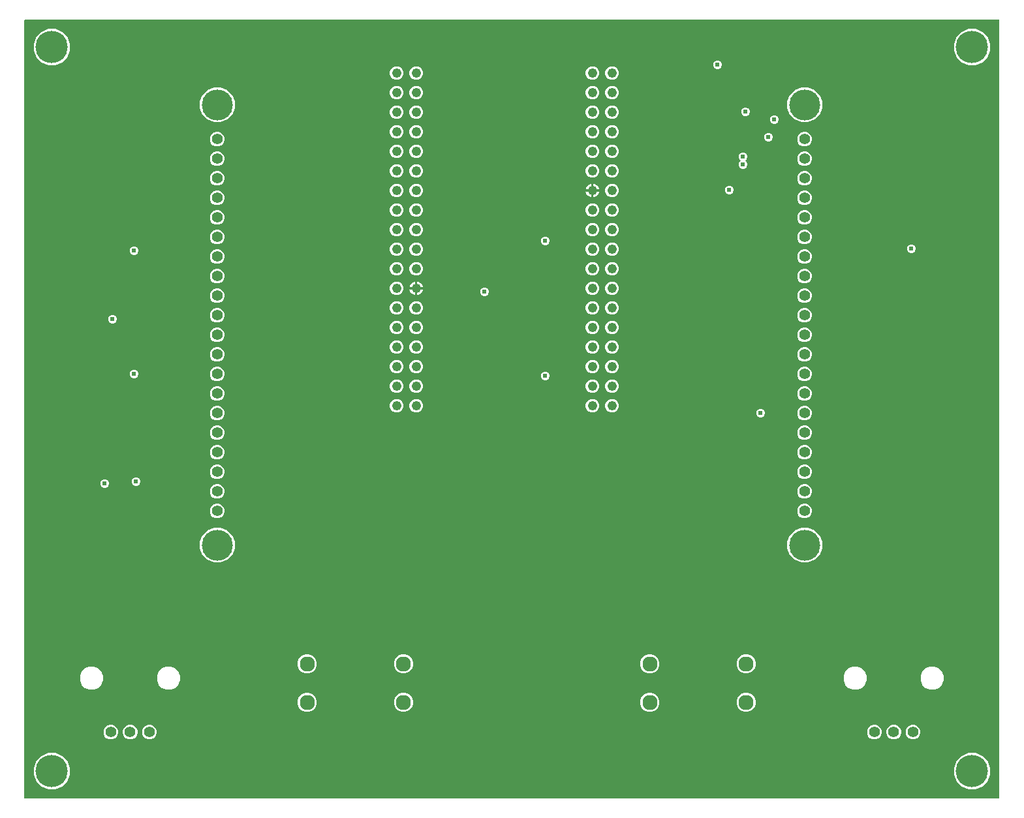
<source format=gbr>
G04 EAGLE Gerber RS-274X export*
G75*
%MOMM*%
%FSLAX34Y34*%
%LPD*%
%INCopper Layer 15*%
%IPPOS*%
%AMOC8*
5,1,8,0,0,1.08239X$1,22.5*%
G01*
%ADD10C,1.244600*%
%ADD11C,1.400000*%
%ADD12C,1.960000*%
%ADD13C,4.016000*%
%ADD14C,4.191000*%
%ADD15C,0.609600*%

G36*
X1266718Y2544D02*
X1266718Y2544D01*
X1266737Y2542D01*
X1266839Y2564D01*
X1266941Y2580D01*
X1266958Y2590D01*
X1266978Y2594D01*
X1267067Y2647D01*
X1267158Y2696D01*
X1267172Y2710D01*
X1267189Y2720D01*
X1267256Y2799D01*
X1267328Y2874D01*
X1267336Y2892D01*
X1267349Y2907D01*
X1267388Y3003D01*
X1267431Y3097D01*
X1267433Y3117D01*
X1267441Y3135D01*
X1267459Y3302D01*
X1267459Y1012698D01*
X1267456Y1012718D01*
X1267458Y1012737D01*
X1267436Y1012839D01*
X1267420Y1012941D01*
X1267410Y1012958D01*
X1267406Y1012978D01*
X1267353Y1013067D01*
X1267304Y1013158D01*
X1267290Y1013172D01*
X1267280Y1013189D01*
X1267201Y1013256D01*
X1267126Y1013328D01*
X1267108Y1013336D01*
X1267093Y1013349D01*
X1266997Y1013388D01*
X1266903Y1013431D01*
X1266883Y1013433D01*
X1266865Y1013441D01*
X1266698Y1013459D01*
X3302Y1013459D01*
X3282Y1013456D01*
X3263Y1013458D01*
X3161Y1013436D01*
X3059Y1013420D01*
X3042Y1013410D01*
X3022Y1013406D01*
X2933Y1013353D01*
X2842Y1013304D01*
X2828Y1013290D01*
X2811Y1013280D01*
X2744Y1013201D01*
X2672Y1013126D01*
X2664Y1013108D01*
X2651Y1013093D01*
X2612Y1012997D01*
X2569Y1012903D01*
X2567Y1012883D01*
X2559Y1012865D01*
X2541Y1012698D01*
X2541Y3302D01*
X2544Y3282D01*
X2542Y3263D01*
X2564Y3161D01*
X2580Y3059D01*
X2590Y3042D01*
X2594Y3022D01*
X2647Y2933D01*
X2696Y2842D01*
X2710Y2828D01*
X2720Y2811D01*
X2799Y2744D01*
X2874Y2672D01*
X2892Y2664D01*
X2907Y2651D01*
X3003Y2612D01*
X3097Y2569D01*
X3117Y2567D01*
X3135Y2559D01*
X3302Y2541D01*
X1266698Y2541D01*
X1266718Y2544D01*
G37*
%LPC*%
G36*
X1227226Y954404D02*
X1227226Y954404D01*
X1218591Y957981D01*
X1211981Y964591D01*
X1208404Y973226D01*
X1208404Y982574D01*
X1211981Y991209D01*
X1218591Y997819D01*
X1227226Y1001396D01*
X1236574Y1001396D01*
X1245209Y997819D01*
X1251819Y991209D01*
X1255396Y982574D01*
X1255396Y973226D01*
X1251819Y964591D01*
X1245209Y957981D01*
X1236574Y954404D01*
X1227226Y954404D01*
G37*
%LPD*%
%LPC*%
G36*
X33426Y954404D02*
X33426Y954404D01*
X24791Y957981D01*
X18181Y964591D01*
X14604Y973226D01*
X14604Y982574D01*
X18181Y991209D01*
X24791Y997819D01*
X33426Y1001396D01*
X42774Y1001396D01*
X51409Y997819D01*
X58019Y991209D01*
X61596Y982574D01*
X61596Y973226D01*
X58019Y964591D01*
X51409Y957981D01*
X42774Y954404D01*
X33426Y954404D01*
G37*
%LPD*%
%LPC*%
G36*
X33426Y14604D02*
X33426Y14604D01*
X24791Y18181D01*
X18181Y24791D01*
X14604Y33426D01*
X14604Y42774D01*
X18181Y51409D01*
X24791Y58019D01*
X33426Y61596D01*
X42774Y61596D01*
X51409Y58019D01*
X58019Y51409D01*
X61596Y42774D01*
X61596Y33426D01*
X58019Y24791D01*
X51409Y18181D01*
X42774Y14604D01*
X33426Y14604D01*
G37*
%LPD*%
%LPC*%
G36*
X1227226Y14604D02*
X1227226Y14604D01*
X1218591Y18181D01*
X1211981Y24791D01*
X1208404Y33426D01*
X1208404Y42774D01*
X1211981Y51409D01*
X1218591Y58019D01*
X1227226Y61596D01*
X1236574Y61596D01*
X1245209Y58019D01*
X1251819Y51409D01*
X1255396Y42774D01*
X1255396Y33426D01*
X1251819Y24791D01*
X1245209Y18181D01*
X1236574Y14604D01*
X1227226Y14604D01*
G37*
%LPD*%
%LPC*%
G36*
X1010230Y880349D02*
X1010230Y880349D01*
X1001916Y883793D01*
X995553Y890156D01*
X992109Y898470D01*
X992109Y907470D01*
X995553Y915784D01*
X1001916Y922147D01*
X1010230Y925591D01*
X1019230Y925591D01*
X1027544Y922147D01*
X1033907Y915784D01*
X1037351Y907470D01*
X1037351Y898470D01*
X1033907Y890156D01*
X1027544Y883793D01*
X1019230Y880349D01*
X1010230Y880349D01*
G37*
%LPD*%
%LPC*%
G36*
X248230Y880349D02*
X248230Y880349D01*
X239916Y883793D01*
X233553Y890156D01*
X230109Y898470D01*
X230109Y907470D01*
X233553Y915784D01*
X239916Y922147D01*
X248230Y925591D01*
X257230Y925591D01*
X265544Y922147D01*
X271907Y915784D01*
X275351Y907470D01*
X275351Y898470D01*
X271907Y890156D01*
X265544Y883793D01*
X257230Y880349D01*
X248230Y880349D01*
G37*
%LPD*%
%LPC*%
G36*
X1010230Y308849D02*
X1010230Y308849D01*
X1001916Y312293D01*
X995553Y318656D01*
X992109Y326970D01*
X992109Y335970D01*
X995553Y344284D01*
X1001916Y350647D01*
X1010230Y354091D01*
X1019230Y354091D01*
X1027544Y350647D01*
X1033907Y344284D01*
X1037351Y335970D01*
X1037351Y326970D01*
X1033907Y318656D01*
X1027544Y312293D01*
X1019230Y308849D01*
X1010230Y308849D01*
G37*
%LPD*%
%LPC*%
G36*
X248230Y308849D02*
X248230Y308849D01*
X239916Y312293D01*
X233553Y318656D01*
X230109Y326970D01*
X230109Y335970D01*
X233553Y344284D01*
X239916Y350647D01*
X248230Y354091D01*
X257230Y354091D01*
X265544Y350647D01*
X271907Y344284D01*
X275351Y335970D01*
X275351Y326970D01*
X271907Y318656D01*
X265544Y312293D01*
X257230Y308849D01*
X248230Y308849D01*
G37*
%LPD*%
%LPC*%
G36*
X86708Y143859D02*
X86708Y143859D01*
X81180Y146149D01*
X76949Y150380D01*
X74659Y155908D01*
X74659Y161892D01*
X76949Y167420D01*
X81180Y171651D01*
X86708Y173941D01*
X92692Y173941D01*
X98220Y171651D01*
X102451Y167420D01*
X104741Y161892D01*
X104741Y155908D01*
X102451Y150380D01*
X98220Y146149D01*
X92692Y143859D01*
X86708Y143859D01*
G37*
%LPD*%
%LPC*%
G36*
X186708Y143859D02*
X186708Y143859D01*
X181180Y146149D01*
X176949Y150380D01*
X174659Y155908D01*
X174659Y161892D01*
X176949Y167420D01*
X181180Y171651D01*
X186708Y173941D01*
X192692Y173941D01*
X198220Y171651D01*
X202451Y167420D01*
X204741Y161892D01*
X204741Y155908D01*
X202451Y150380D01*
X198220Y146149D01*
X192692Y143859D01*
X186708Y143859D01*
G37*
%LPD*%
%LPC*%
G36*
X1077308Y143859D02*
X1077308Y143859D01*
X1071780Y146149D01*
X1067549Y150380D01*
X1065259Y155908D01*
X1065259Y161892D01*
X1067549Y167420D01*
X1071780Y171651D01*
X1077308Y173941D01*
X1083292Y173941D01*
X1088820Y171651D01*
X1093051Y167420D01*
X1095341Y161892D01*
X1095341Y155908D01*
X1093051Y150380D01*
X1088820Y146149D01*
X1083292Y143859D01*
X1077308Y143859D01*
G37*
%LPD*%
%LPC*%
G36*
X1177308Y143859D02*
X1177308Y143859D01*
X1171780Y146149D01*
X1167549Y150380D01*
X1165259Y155908D01*
X1165259Y161892D01*
X1167549Y167420D01*
X1171780Y171651D01*
X1177308Y173941D01*
X1183292Y173941D01*
X1188820Y171651D01*
X1193051Y167420D01*
X1195341Y161892D01*
X1195341Y155908D01*
X1193051Y150380D01*
X1188820Y146149D01*
X1183292Y143859D01*
X1177308Y143859D01*
G37*
%LPD*%
%LPC*%
G36*
X936345Y115059D02*
X936345Y115059D01*
X931810Y116938D01*
X928338Y120410D01*
X926459Y124945D01*
X926459Y129855D01*
X928338Y134390D01*
X931810Y137862D01*
X936345Y139741D01*
X941255Y139741D01*
X945790Y137862D01*
X949262Y134390D01*
X951141Y129855D01*
X951141Y124945D01*
X949262Y120410D01*
X945790Y116938D01*
X941255Y115059D01*
X936345Y115059D01*
G37*
%LPD*%
%LPC*%
G36*
X936345Y165059D02*
X936345Y165059D01*
X931810Y166938D01*
X928338Y170410D01*
X926459Y174945D01*
X926459Y179855D01*
X928338Y184390D01*
X931810Y187862D01*
X936345Y189741D01*
X941255Y189741D01*
X945790Y187862D01*
X949262Y184390D01*
X951141Y179855D01*
X951141Y174945D01*
X949262Y170410D01*
X945790Y166938D01*
X941255Y165059D01*
X936345Y165059D01*
G37*
%LPD*%
%LPC*%
G36*
X366845Y165059D02*
X366845Y165059D01*
X362310Y166938D01*
X358838Y170410D01*
X356959Y174945D01*
X356959Y179855D01*
X358838Y184390D01*
X362310Y187862D01*
X366845Y189741D01*
X371755Y189741D01*
X376290Y187862D01*
X379762Y184390D01*
X381641Y179855D01*
X381641Y174945D01*
X379762Y170410D01*
X376290Y166938D01*
X371755Y165059D01*
X366845Y165059D01*
G37*
%LPD*%
%LPC*%
G36*
X491845Y165059D02*
X491845Y165059D01*
X487310Y166938D01*
X483838Y170410D01*
X481959Y174945D01*
X481959Y179855D01*
X483838Y184390D01*
X487310Y187862D01*
X491845Y189741D01*
X496755Y189741D01*
X501290Y187862D01*
X504762Y184390D01*
X506641Y179855D01*
X506641Y174945D01*
X504762Y170410D01*
X501290Y166938D01*
X496755Y165059D01*
X491845Y165059D01*
G37*
%LPD*%
%LPC*%
G36*
X811345Y165059D02*
X811345Y165059D01*
X806810Y166938D01*
X803338Y170410D01*
X801459Y174945D01*
X801459Y179855D01*
X803338Y184390D01*
X806810Y187862D01*
X811345Y189741D01*
X816255Y189741D01*
X820790Y187862D01*
X824262Y184390D01*
X826141Y179855D01*
X826141Y174945D01*
X824262Y170410D01*
X820790Y166938D01*
X816255Y165059D01*
X811345Y165059D01*
G37*
%LPD*%
%LPC*%
G36*
X366845Y115059D02*
X366845Y115059D01*
X362310Y116938D01*
X358838Y120410D01*
X356959Y124945D01*
X356959Y129855D01*
X358838Y134390D01*
X362310Y137862D01*
X366845Y139741D01*
X371755Y139741D01*
X376290Y137862D01*
X379762Y134390D01*
X381641Y129855D01*
X381641Y124945D01*
X379762Y120410D01*
X376290Y116938D01*
X371755Y115059D01*
X366845Y115059D01*
G37*
%LPD*%
%LPC*%
G36*
X491845Y115059D02*
X491845Y115059D01*
X487310Y116938D01*
X483838Y120410D01*
X481959Y124945D01*
X481959Y129855D01*
X483838Y134390D01*
X487310Y137862D01*
X491845Y139741D01*
X496755Y139741D01*
X501290Y137862D01*
X504762Y134390D01*
X506641Y129855D01*
X506641Y124945D01*
X504762Y120410D01*
X501290Y116938D01*
X496755Y115059D01*
X491845Y115059D01*
G37*
%LPD*%
%LPC*%
G36*
X811345Y115059D02*
X811345Y115059D01*
X806810Y116938D01*
X803338Y120410D01*
X801459Y124945D01*
X801459Y129855D01*
X803338Y134390D01*
X806810Y137862D01*
X811345Y139741D01*
X816255Y139741D01*
X820790Y137862D01*
X824262Y134390D01*
X826141Y129855D01*
X826141Y124945D01*
X824262Y120410D01*
X820790Y116938D01*
X816255Y115059D01*
X811345Y115059D01*
G37*
%LPD*%
%LPC*%
G36*
X1153402Y79359D02*
X1153402Y79359D01*
X1149896Y80812D01*
X1147212Y83496D01*
X1145759Y87002D01*
X1145759Y90798D01*
X1147212Y94304D01*
X1149896Y96988D01*
X1153402Y98441D01*
X1157198Y98441D01*
X1160704Y96988D01*
X1163388Y94304D01*
X1164841Y90798D01*
X1164841Y87002D01*
X1163388Y83496D01*
X1160704Y80812D01*
X1157198Y79359D01*
X1153402Y79359D01*
G37*
%LPD*%
%LPC*%
G36*
X1128402Y79359D02*
X1128402Y79359D01*
X1124896Y80812D01*
X1122212Y83496D01*
X1120759Y87002D01*
X1120759Y90798D01*
X1122212Y94304D01*
X1124896Y96988D01*
X1128402Y98441D01*
X1132198Y98441D01*
X1135704Y96988D01*
X1138388Y94304D01*
X1139841Y90798D01*
X1139841Y87002D01*
X1138388Y83496D01*
X1135704Y80812D01*
X1132198Y79359D01*
X1128402Y79359D01*
G37*
%LPD*%
%LPC*%
G36*
X1103402Y79359D02*
X1103402Y79359D01*
X1099896Y80812D01*
X1097212Y83496D01*
X1095759Y87002D01*
X1095759Y90798D01*
X1097212Y94304D01*
X1099896Y96988D01*
X1103402Y98441D01*
X1107198Y98441D01*
X1110704Y96988D01*
X1113388Y94304D01*
X1114841Y90798D01*
X1114841Y87002D01*
X1113388Y83496D01*
X1110704Y80812D01*
X1107198Y79359D01*
X1103402Y79359D01*
G37*
%LPD*%
%LPC*%
G36*
X1012832Y747379D02*
X1012832Y747379D01*
X1009326Y748832D01*
X1006642Y751516D01*
X1005189Y755022D01*
X1005189Y758818D01*
X1006642Y762324D01*
X1009326Y765008D01*
X1012832Y766461D01*
X1016628Y766461D01*
X1020134Y765008D01*
X1022818Y762324D01*
X1024271Y758818D01*
X1024271Y755022D01*
X1022818Y751516D01*
X1020134Y748832D01*
X1016628Y747379D01*
X1012832Y747379D01*
G37*
%LPD*%
%LPC*%
G36*
X250832Y747379D02*
X250832Y747379D01*
X247326Y748832D01*
X244642Y751516D01*
X243189Y755022D01*
X243189Y758818D01*
X244642Y762324D01*
X247326Y765008D01*
X250832Y766461D01*
X254628Y766461D01*
X258134Y765008D01*
X260818Y762324D01*
X262271Y758818D01*
X262271Y755022D01*
X260818Y751516D01*
X258134Y748832D01*
X254628Y747379D01*
X250832Y747379D01*
G37*
%LPD*%
%LPC*%
G36*
X162802Y79359D02*
X162802Y79359D01*
X159296Y80812D01*
X156612Y83496D01*
X155159Y87002D01*
X155159Y90798D01*
X156612Y94304D01*
X159296Y96988D01*
X162802Y98441D01*
X166598Y98441D01*
X170104Y96988D01*
X172788Y94304D01*
X174241Y90798D01*
X174241Y87002D01*
X172788Y83496D01*
X170104Y80812D01*
X166598Y79359D01*
X162802Y79359D01*
G37*
%LPD*%
%LPC*%
G36*
X137802Y79359D02*
X137802Y79359D01*
X134296Y80812D01*
X131612Y83496D01*
X130159Y87002D01*
X130159Y90798D01*
X131612Y94304D01*
X134296Y96988D01*
X137802Y98441D01*
X141598Y98441D01*
X145104Y96988D01*
X147788Y94304D01*
X149241Y90798D01*
X149241Y87002D01*
X147788Y83496D01*
X145104Y80812D01*
X141598Y79359D01*
X137802Y79359D01*
G37*
%LPD*%
%LPC*%
G36*
X112802Y79359D02*
X112802Y79359D01*
X109296Y80812D01*
X106612Y83496D01*
X105159Y87002D01*
X105159Y90798D01*
X106612Y94304D01*
X109296Y96988D01*
X112802Y98441D01*
X116598Y98441D01*
X120104Y96988D01*
X122788Y94304D01*
X124241Y90798D01*
X124241Y87002D01*
X122788Y83496D01*
X120104Y80812D01*
X116598Y79359D01*
X112802Y79359D01*
G37*
%LPD*%
%LPC*%
G36*
X1012832Y721979D02*
X1012832Y721979D01*
X1009326Y723432D01*
X1006642Y726116D01*
X1005189Y729622D01*
X1005189Y733418D01*
X1006642Y736924D01*
X1009326Y739608D01*
X1012832Y741061D01*
X1016628Y741061D01*
X1020134Y739608D01*
X1022818Y736924D01*
X1024271Y733418D01*
X1024271Y729622D01*
X1022818Y726116D01*
X1020134Y723432D01*
X1016628Y721979D01*
X1012832Y721979D01*
G37*
%LPD*%
%LPC*%
G36*
X250832Y721979D02*
X250832Y721979D01*
X247326Y723432D01*
X244642Y726116D01*
X243189Y729622D01*
X243189Y733418D01*
X244642Y736924D01*
X247326Y739608D01*
X250832Y741061D01*
X254628Y741061D01*
X258134Y739608D01*
X260818Y736924D01*
X262271Y733418D01*
X262271Y729622D01*
X260818Y726116D01*
X258134Y723432D01*
X254628Y721979D01*
X250832Y721979D01*
G37*
%LPD*%
%LPC*%
G36*
X1012832Y696579D02*
X1012832Y696579D01*
X1009326Y698032D01*
X1006642Y700716D01*
X1005189Y704222D01*
X1005189Y708018D01*
X1006642Y711524D01*
X1009326Y714208D01*
X1012832Y715661D01*
X1016628Y715661D01*
X1020134Y714208D01*
X1022818Y711524D01*
X1024271Y708018D01*
X1024271Y704222D01*
X1022818Y700716D01*
X1020134Y698032D01*
X1016628Y696579D01*
X1012832Y696579D01*
G37*
%LPD*%
%LPC*%
G36*
X250832Y696579D02*
X250832Y696579D01*
X247326Y698032D01*
X244642Y700716D01*
X243189Y704222D01*
X243189Y708018D01*
X244642Y711524D01*
X247326Y714208D01*
X250832Y715661D01*
X254628Y715661D01*
X258134Y714208D01*
X260818Y711524D01*
X262271Y708018D01*
X262271Y704222D01*
X260818Y700716D01*
X258134Y698032D01*
X254628Y696579D01*
X250832Y696579D01*
G37*
%LPD*%
%LPC*%
G36*
X1012832Y671179D02*
X1012832Y671179D01*
X1009326Y672632D01*
X1006642Y675316D01*
X1005189Y678822D01*
X1005189Y682618D01*
X1006642Y686124D01*
X1009326Y688808D01*
X1012832Y690261D01*
X1016628Y690261D01*
X1020134Y688808D01*
X1022818Y686124D01*
X1024271Y682618D01*
X1024271Y678822D01*
X1022818Y675316D01*
X1020134Y672632D01*
X1016628Y671179D01*
X1012832Y671179D01*
G37*
%LPD*%
%LPC*%
G36*
X250832Y671179D02*
X250832Y671179D01*
X247326Y672632D01*
X244642Y675316D01*
X243189Y678822D01*
X243189Y682618D01*
X244642Y686124D01*
X247326Y688808D01*
X250832Y690261D01*
X254628Y690261D01*
X258134Y688808D01*
X260818Y686124D01*
X262271Y682618D01*
X262271Y678822D01*
X260818Y675316D01*
X258134Y672632D01*
X254628Y671179D01*
X250832Y671179D01*
G37*
%LPD*%
%LPC*%
G36*
X250832Y594979D02*
X250832Y594979D01*
X247326Y596432D01*
X244642Y599116D01*
X243189Y602622D01*
X243189Y606418D01*
X244642Y609924D01*
X247326Y612608D01*
X250832Y614061D01*
X254628Y614061D01*
X258134Y612608D01*
X260818Y609924D01*
X262271Y606418D01*
X262271Y602622D01*
X260818Y599116D01*
X258134Y596432D01*
X254628Y594979D01*
X250832Y594979D01*
G37*
%LPD*%
%LPC*%
G36*
X1012832Y645779D02*
X1012832Y645779D01*
X1009326Y647232D01*
X1006642Y649916D01*
X1005189Y653422D01*
X1005189Y657218D01*
X1006642Y660724D01*
X1009326Y663408D01*
X1012832Y664861D01*
X1016628Y664861D01*
X1020134Y663408D01*
X1022818Y660724D01*
X1024271Y657218D01*
X1024271Y653422D01*
X1022818Y649916D01*
X1020134Y647232D01*
X1016628Y645779D01*
X1012832Y645779D01*
G37*
%LPD*%
%LPC*%
G36*
X250832Y645779D02*
X250832Y645779D01*
X247326Y647232D01*
X244642Y649916D01*
X243189Y653422D01*
X243189Y657218D01*
X244642Y660724D01*
X247326Y663408D01*
X250832Y664861D01*
X254628Y664861D01*
X258134Y663408D01*
X260818Y660724D01*
X262271Y657218D01*
X262271Y653422D01*
X260818Y649916D01*
X258134Y647232D01*
X254628Y645779D01*
X250832Y645779D01*
G37*
%LPD*%
%LPC*%
G36*
X1012832Y620379D02*
X1012832Y620379D01*
X1009326Y621832D01*
X1006642Y624516D01*
X1005189Y628022D01*
X1005189Y631818D01*
X1006642Y635324D01*
X1009326Y638008D01*
X1012832Y639461D01*
X1016628Y639461D01*
X1020134Y638008D01*
X1022818Y635324D01*
X1024271Y631818D01*
X1024271Y628022D01*
X1022818Y624516D01*
X1020134Y621832D01*
X1016628Y620379D01*
X1012832Y620379D01*
G37*
%LPD*%
%LPC*%
G36*
X1012832Y848979D02*
X1012832Y848979D01*
X1009326Y850432D01*
X1006642Y853116D01*
X1005189Y856622D01*
X1005189Y860418D01*
X1006642Y863924D01*
X1009326Y866608D01*
X1012832Y868061D01*
X1016628Y868061D01*
X1020134Y866608D01*
X1022818Y863924D01*
X1024271Y860418D01*
X1024271Y856622D01*
X1022818Y853116D01*
X1020134Y850432D01*
X1016628Y848979D01*
X1012832Y848979D01*
G37*
%LPD*%
%LPC*%
G36*
X250832Y848979D02*
X250832Y848979D01*
X247326Y850432D01*
X244642Y853116D01*
X243189Y856622D01*
X243189Y860418D01*
X244642Y863924D01*
X247326Y866608D01*
X250832Y868061D01*
X254628Y868061D01*
X258134Y866608D01*
X260818Y863924D01*
X262271Y860418D01*
X262271Y856622D01*
X260818Y853116D01*
X258134Y850432D01*
X254628Y848979D01*
X250832Y848979D01*
G37*
%LPD*%
%LPC*%
G36*
X250832Y620379D02*
X250832Y620379D01*
X247326Y621832D01*
X244642Y624516D01*
X243189Y628022D01*
X243189Y631818D01*
X244642Y635324D01*
X247326Y638008D01*
X250832Y639461D01*
X254628Y639461D01*
X258134Y638008D01*
X260818Y635324D01*
X262271Y631818D01*
X262271Y628022D01*
X260818Y624516D01*
X258134Y621832D01*
X254628Y620379D01*
X250832Y620379D01*
G37*
%LPD*%
%LPC*%
G36*
X1012832Y594979D02*
X1012832Y594979D01*
X1009326Y596432D01*
X1006642Y599116D01*
X1005189Y602622D01*
X1005189Y606418D01*
X1006642Y609924D01*
X1009326Y612608D01*
X1012832Y614061D01*
X1016628Y614061D01*
X1020134Y612608D01*
X1022818Y609924D01*
X1024271Y606418D01*
X1024271Y602622D01*
X1022818Y599116D01*
X1020134Y596432D01*
X1016628Y594979D01*
X1012832Y594979D01*
G37*
%LPD*%
%LPC*%
G36*
X1012832Y569579D02*
X1012832Y569579D01*
X1009326Y571032D01*
X1006642Y573716D01*
X1005189Y577222D01*
X1005189Y581018D01*
X1006642Y584524D01*
X1009326Y587208D01*
X1012832Y588661D01*
X1016628Y588661D01*
X1020134Y587208D01*
X1022818Y584524D01*
X1024271Y581018D01*
X1024271Y577222D01*
X1022818Y573716D01*
X1020134Y571032D01*
X1016628Y569579D01*
X1012832Y569579D01*
G37*
%LPD*%
%LPC*%
G36*
X250832Y569579D02*
X250832Y569579D01*
X247326Y571032D01*
X244642Y573716D01*
X243189Y577222D01*
X243189Y581018D01*
X244642Y584524D01*
X247326Y587208D01*
X250832Y588661D01*
X254628Y588661D01*
X258134Y587208D01*
X260818Y584524D01*
X262271Y581018D01*
X262271Y577222D01*
X260818Y573716D01*
X258134Y571032D01*
X254628Y569579D01*
X250832Y569579D01*
G37*
%LPD*%
%LPC*%
G36*
X1012832Y544179D02*
X1012832Y544179D01*
X1009326Y545632D01*
X1006642Y548316D01*
X1005189Y551822D01*
X1005189Y555618D01*
X1006642Y559124D01*
X1009326Y561808D01*
X1012832Y563261D01*
X1016628Y563261D01*
X1020134Y561808D01*
X1022818Y559124D01*
X1024271Y555618D01*
X1024271Y551822D01*
X1022818Y548316D01*
X1020134Y545632D01*
X1016628Y544179D01*
X1012832Y544179D01*
G37*
%LPD*%
%LPC*%
G36*
X1012832Y823579D02*
X1012832Y823579D01*
X1009326Y825032D01*
X1006642Y827716D01*
X1005189Y831222D01*
X1005189Y835018D01*
X1006642Y838524D01*
X1009326Y841208D01*
X1012832Y842661D01*
X1016628Y842661D01*
X1020134Y841208D01*
X1022818Y838524D01*
X1024271Y835018D01*
X1024271Y831222D01*
X1022818Y827716D01*
X1020134Y825032D01*
X1016628Y823579D01*
X1012832Y823579D01*
G37*
%LPD*%
%LPC*%
G36*
X250832Y823579D02*
X250832Y823579D01*
X247326Y825032D01*
X244642Y827716D01*
X243189Y831222D01*
X243189Y835018D01*
X244642Y838524D01*
X247326Y841208D01*
X250832Y842661D01*
X254628Y842661D01*
X258134Y841208D01*
X260818Y838524D01*
X262271Y835018D01*
X262271Y831222D01*
X260818Y827716D01*
X258134Y825032D01*
X254628Y823579D01*
X250832Y823579D01*
G37*
%LPD*%
%LPC*%
G36*
X250832Y544179D02*
X250832Y544179D01*
X247326Y545632D01*
X244642Y548316D01*
X243189Y551822D01*
X243189Y555618D01*
X244642Y559124D01*
X247326Y561808D01*
X250832Y563261D01*
X254628Y563261D01*
X258134Y561808D01*
X260818Y559124D01*
X262271Y555618D01*
X262271Y551822D01*
X260818Y548316D01*
X258134Y545632D01*
X254628Y544179D01*
X250832Y544179D01*
G37*
%LPD*%
%LPC*%
G36*
X1012832Y518779D02*
X1012832Y518779D01*
X1009326Y520232D01*
X1006642Y522916D01*
X1005189Y526422D01*
X1005189Y530218D01*
X1006642Y533724D01*
X1009326Y536408D01*
X1012832Y537861D01*
X1016628Y537861D01*
X1020134Y536408D01*
X1022818Y533724D01*
X1024271Y530218D01*
X1024271Y526422D01*
X1022818Y522916D01*
X1020134Y520232D01*
X1016628Y518779D01*
X1012832Y518779D01*
G37*
%LPD*%
%LPC*%
G36*
X250832Y518779D02*
X250832Y518779D01*
X247326Y520232D01*
X244642Y522916D01*
X243189Y526422D01*
X243189Y530218D01*
X244642Y533724D01*
X247326Y536408D01*
X250832Y537861D01*
X254628Y537861D01*
X258134Y536408D01*
X260818Y533724D01*
X262271Y530218D01*
X262271Y526422D01*
X260818Y522916D01*
X258134Y520232D01*
X254628Y518779D01*
X250832Y518779D01*
G37*
%LPD*%
%LPC*%
G36*
X1012832Y493379D02*
X1012832Y493379D01*
X1009326Y494832D01*
X1006642Y497516D01*
X1005189Y501022D01*
X1005189Y504818D01*
X1006642Y508324D01*
X1009326Y511008D01*
X1012832Y512461D01*
X1016628Y512461D01*
X1020134Y511008D01*
X1022818Y508324D01*
X1024271Y504818D01*
X1024271Y501022D01*
X1022818Y497516D01*
X1020134Y494832D01*
X1016628Y493379D01*
X1012832Y493379D01*
G37*
%LPD*%
%LPC*%
G36*
X250832Y493379D02*
X250832Y493379D01*
X247326Y494832D01*
X244642Y497516D01*
X243189Y501022D01*
X243189Y504818D01*
X244642Y508324D01*
X247326Y511008D01*
X250832Y512461D01*
X254628Y512461D01*
X258134Y511008D01*
X260818Y508324D01*
X262271Y504818D01*
X262271Y501022D01*
X260818Y497516D01*
X258134Y494832D01*
X254628Y493379D01*
X250832Y493379D01*
G37*
%LPD*%
%LPC*%
G36*
X1012832Y798179D02*
X1012832Y798179D01*
X1009326Y799632D01*
X1006642Y802316D01*
X1005189Y805822D01*
X1005189Y809618D01*
X1006642Y813124D01*
X1009326Y815808D01*
X1012832Y817261D01*
X1016628Y817261D01*
X1020134Y815808D01*
X1022818Y813124D01*
X1024271Y809618D01*
X1024271Y805822D01*
X1022818Y802316D01*
X1020134Y799632D01*
X1016628Y798179D01*
X1012832Y798179D01*
G37*
%LPD*%
%LPC*%
G36*
X250832Y798179D02*
X250832Y798179D01*
X247326Y799632D01*
X244642Y802316D01*
X243189Y805822D01*
X243189Y809618D01*
X244642Y813124D01*
X247326Y815808D01*
X250832Y817261D01*
X254628Y817261D01*
X258134Y815808D01*
X260818Y813124D01*
X262271Y809618D01*
X262271Y805822D01*
X260818Y802316D01*
X258134Y799632D01*
X254628Y798179D01*
X250832Y798179D01*
G37*
%LPD*%
%LPC*%
G36*
X1012832Y467979D02*
X1012832Y467979D01*
X1009326Y469432D01*
X1006642Y472116D01*
X1005189Y475622D01*
X1005189Y479418D01*
X1006642Y482924D01*
X1009326Y485608D01*
X1012832Y487061D01*
X1016628Y487061D01*
X1020134Y485608D01*
X1022818Y482924D01*
X1024271Y479418D01*
X1024271Y475622D01*
X1022818Y472116D01*
X1020134Y469432D01*
X1016628Y467979D01*
X1012832Y467979D01*
G37*
%LPD*%
%LPC*%
G36*
X250832Y467979D02*
X250832Y467979D01*
X247326Y469432D01*
X244642Y472116D01*
X243189Y475622D01*
X243189Y479418D01*
X244642Y482924D01*
X247326Y485608D01*
X250832Y487061D01*
X254628Y487061D01*
X258134Y485608D01*
X260818Y482924D01*
X262271Y479418D01*
X262271Y475622D01*
X260818Y472116D01*
X258134Y469432D01*
X254628Y467979D01*
X250832Y467979D01*
G37*
%LPD*%
%LPC*%
G36*
X1012832Y442579D02*
X1012832Y442579D01*
X1009326Y444032D01*
X1006642Y446716D01*
X1005189Y450222D01*
X1005189Y454018D01*
X1006642Y457524D01*
X1009326Y460208D01*
X1012832Y461661D01*
X1016628Y461661D01*
X1020134Y460208D01*
X1022818Y457524D01*
X1024271Y454018D01*
X1024271Y450222D01*
X1022818Y446716D01*
X1020134Y444032D01*
X1016628Y442579D01*
X1012832Y442579D01*
G37*
%LPD*%
%LPC*%
G36*
X250832Y442579D02*
X250832Y442579D01*
X247326Y444032D01*
X244642Y446716D01*
X243189Y450222D01*
X243189Y454018D01*
X244642Y457524D01*
X247326Y460208D01*
X250832Y461661D01*
X254628Y461661D01*
X258134Y460208D01*
X260818Y457524D01*
X262271Y454018D01*
X262271Y450222D01*
X260818Y446716D01*
X258134Y444032D01*
X254628Y442579D01*
X250832Y442579D01*
G37*
%LPD*%
%LPC*%
G36*
X1012832Y417179D02*
X1012832Y417179D01*
X1009326Y418632D01*
X1006642Y421316D01*
X1005189Y424822D01*
X1005189Y428618D01*
X1006642Y432124D01*
X1009326Y434808D01*
X1012832Y436261D01*
X1016628Y436261D01*
X1020134Y434808D01*
X1022818Y432124D01*
X1024271Y428618D01*
X1024271Y424822D01*
X1022818Y421316D01*
X1020134Y418632D01*
X1016628Y417179D01*
X1012832Y417179D01*
G37*
%LPD*%
%LPC*%
G36*
X250832Y417179D02*
X250832Y417179D01*
X247326Y418632D01*
X244642Y421316D01*
X243189Y424822D01*
X243189Y428618D01*
X244642Y432124D01*
X247326Y434808D01*
X250832Y436261D01*
X254628Y436261D01*
X258134Y434808D01*
X260818Y432124D01*
X262271Y428618D01*
X262271Y424822D01*
X260818Y421316D01*
X258134Y418632D01*
X254628Y417179D01*
X250832Y417179D01*
G37*
%LPD*%
%LPC*%
G36*
X1012832Y772779D02*
X1012832Y772779D01*
X1009326Y774232D01*
X1006642Y776916D01*
X1005189Y780422D01*
X1005189Y784218D01*
X1006642Y787724D01*
X1009326Y790408D01*
X1012832Y791861D01*
X1016628Y791861D01*
X1020134Y790408D01*
X1022818Y787724D01*
X1024271Y784218D01*
X1024271Y780422D01*
X1022818Y776916D01*
X1020134Y774232D01*
X1016628Y772779D01*
X1012832Y772779D01*
G37*
%LPD*%
%LPC*%
G36*
X250832Y772779D02*
X250832Y772779D01*
X247326Y774232D01*
X244642Y776916D01*
X243189Y780422D01*
X243189Y784218D01*
X244642Y787724D01*
X247326Y790408D01*
X250832Y791861D01*
X254628Y791861D01*
X258134Y790408D01*
X260818Y787724D01*
X262271Y784218D01*
X262271Y780422D01*
X260818Y776916D01*
X258134Y774232D01*
X254628Y772779D01*
X250832Y772779D01*
G37*
%LPD*%
%LPC*%
G36*
X1012832Y391779D02*
X1012832Y391779D01*
X1009326Y393232D01*
X1006642Y395916D01*
X1005189Y399422D01*
X1005189Y403218D01*
X1006642Y406724D01*
X1009326Y409408D01*
X1012832Y410861D01*
X1016628Y410861D01*
X1020134Y409408D01*
X1022818Y406724D01*
X1024271Y403218D01*
X1024271Y399422D01*
X1022818Y395916D01*
X1020134Y393232D01*
X1016628Y391779D01*
X1012832Y391779D01*
G37*
%LPD*%
%LPC*%
G36*
X250832Y391779D02*
X250832Y391779D01*
X247326Y393232D01*
X244642Y395916D01*
X243189Y399422D01*
X243189Y403218D01*
X244642Y406724D01*
X247326Y409408D01*
X250832Y410861D01*
X254628Y410861D01*
X258134Y409408D01*
X260818Y406724D01*
X262271Y403218D01*
X262271Y399422D01*
X260818Y395916D01*
X258134Y393232D01*
X254628Y391779D01*
X250832Y391779D01*
G37*
%LPD*%
%LPC*%
G36*
X1012832Y366379D02*
X1012832Y366379D01*
X1009326Y367832D01*
X1006642Y370516D01*
X1005189Y374022D01*
X1005189Y377818D01*
X1006642Y381324D01*
X1009326Y384008D01*
X1012832Y385461D01*
X1016628Y385461D01*
X1020134Y384008D01*
X1022818Y381324D01*
X1024271Y377818D01*
X1024271Y374022D01*
X1022818Y370516D01*
X1020134Y367832D01*
X1016628Y366379D01*
X1012832Y366379D01*
G37*
%LPD*%
%LPC*%
G36*
X250832Y366379D02*
X250832Y366379D01*
X247326Y367832D01*
X244642Y370516D01*
X243189Y374022D01*
X243189Y377818D01*
X244642Y381324D01*
X247326Y384008D01*
X250832Y385461D01*
X254628Y385461D01*
X258134Y384008D01*
X260818Y381324D01*
X262271Y377818D01*
X262271Y374022D01*
X260818Y370516D01*
X258134Y367832D01*
X254628Y366379D01*
X250832Y366379D01*
G37*
%LPD*%
%LPC*%
G36*
X483657Y884636D02*
X483657Y884636D01*
X480436Y885970D01*
X477970Y888436D01*
X476636Y891657D01*
X476636Y895143D01*
X477970Y898364D01*
X480436Y900830D01*
X483657Y902164D01*
X487143Y902164D01*
X490364Y900830D01*
X492830Y898364D01*
X494164Y895143D01*
X494164Y891657D01*
X492830Y888436D01*
X490364Y885970D01*
X487143Y884636D01*
X483657Y884636D01*
G37*
%LPD*%
%LPC*%
G36*
X509057Y935436D02*
X509057Y935436D01*
X505836Y936770D01*
X503370Y939236D01*
X502036Y942457D01*
X502036Y945943D01*
X503370Y949164D01*
X505836Y951630D01*
X509057Y952964D01*
X512543Y952964D01*
X515764Y951630D01*
X518230Y949164D01*
X519564Y945943D01*
X519564Y942457D01*
X518230Y939236D01*
X515764Y936770D01*
X512543Y935436D01*
X509057Y935436D01*
G37*
%LPD*%
%LPC*%
G36*
X483657Y935436D02*
X483657Y935436D01*
X480436Y936770D01*
X477970Y939236D01*
X476636Y942457D01*
X476636Y945943D01*
X477970Y949164D01*
X480436Y951630D01*
X483657Y952964D01*
X487143Y952964D01*
X490364Y951630D01*
X492830Y949164D01*
X494164Y945943D01*
X494164Y942457D01*
X492830Y939236D01*
X490364Y936770D01*
X487143Y935436D01*
X483657Y935436D01*
G37*
%LPD*%
%LPC*%
G36*
X763057Y935436D02*
X763057Y935436D01*
X759836Y936770D01*
X757370Y939236D01*
X756036Y942457D01*
X756036Y945943D01*
X757370Y949164D01*
X759836Y951630D01*
X763057Y952964D01*
X766543Y952964D01*
X769764Y951630D01*
X772230Y949164D01*
X773564Y945943D01*
X773564Y942457D01*
X772230Y939236D01*
X769764Y936770D01*
X766543Y935436D01*
X763057Y935436D01*
G37*
%LPD*%
%LPC*%
G36*
X737657Y935436D02*
X737657Y935436D01*
X734436Y936770D01*
X731970Y939236D01*
X730636Y942457D01*
X730636Y945943D01*
X731970Y949164D01*
X734436Y951630D01*
X737657Y952964D01*
X741143Y952964D01*
X744364Y951630D01*
X746830Y949164D01*
X748164Y945943D01*
X748164Y942457D01*
X746830Y939236D01*
X744364Y936770D01*
X741143Y935436D01*
X737657Y935436D01*
G37*
%LPD*%
%LPC*%
G36*
X763057Y910036D02*
X763057Y910036D01*
X759836Y911370D01*
X757370Y913836D01*
X756036Y917057D01*
X756036Y920543D01*
X757370Y923764D01*
X759836Y926230D01*
X763057Y927564D01*
X766543Y927564D01*
X769764Y926230D01*
X772230Y923764D01*
X773564Y920543D01*
X773564Y917057D01*
X772230Y913836D01*
X769764Y911370D01*
X766543Y910036D01*
X763057Y910036D01*
G37*
%LPD*%
%LPC*%
G36*
X737657Y910036D02*
X737657Y910036D01*
X734436Y911370D01*
X731970Y913836D01*
X730636Y917057D01*
X730636Y920543D01*
X731970Y923764D01*
X734436Y926230D01*
X737657Y927564D01*
X741143Y927564D01*
X744364Y926230D01*
X746830Y923764D01*
X748164Y920543D01*
X748164Y917057D01*
X746830Y913836D01*
X744364Y911370D01*
X741143Y910036D01*
X737657Y910036D01*
G37*
%LPD*%
%LPC*%
G36*
X509057Y910036D02*
X509057Y910036D01*
X505836Y911370D01*
X503370Y913836D01*
X502036Y917057D01*
X502036Y920543D01*
X503370Y923764D01*
X505836Y926230D01*
X509057Y927564D01*
X512543Y927564D01*
X515764Y926230D01*
X518230Y923764D01*
X519564Y920543D01*
X519564Y917057D01*
X518230Y913836D01*
X515764Y911370D01*
X512543Y910036D01*
X509057Y910036D01*
G37*
%LPD*%
%LPC*%
G36*
X483657Y910036D02*
X483657Y910036D01*
X480436Y911370D01*
X477970Y913836D01*
X476636Y917057D01*
X476636Y920543D01*
X477970Y923764D01*
X480436Y926230D01*
X483657Y927564D01*
X487143Y927564D01*
X490364Y926230D01*
X492830Y923764D01*
X494164Y920543D01*
X494164Y917057D01*
X492830Y913836D01*
X490364Y911370D01*
X487143Y910036D01*
X483657Y910036D01*
G37*
%LPD*%
%LPC*%
G36*
X737657Y884636D02*
X737657Y884636D01*
X734436Y885970D01*
X731970Y888436D01*
X730636Y891657D01*
X730636Y895143D01*
X731970Y898364D01*
X734436Y900830D01*
X737657Y902164D01*
X741143Y902164D01*
X744364Y900830D01*
X746830Y898364D01*
X748164Y895143D01*
X748164Y891657D01*
X746830Y888436D01*
X744364Y885970D01*
X741143Y884636D01*
X737657Y884636D01*
G37*
%LPD*%
%LPC*%
G36*
X509057Y884636D02*
X509057Y884636D01*
X505836Y885970D01*
X503370Y888436D01*
X502036Y891657D01*
X502036Y895143D01*
X503370Y898364D01*
X505836Y900830D01*
X509057Y902164D01*
X512543Y902164D01*
X515764Y900830D01*
X518230Y898364D01*
X519564Y895143D01*
X519564Y891657D01*
X518230Y888436D01*
X515764Y885970D01*
X512543Y884636D01*
X509057Y884636D01*
G37*
%LPD*%
%LPC*%
G36*
X763057Y884636D02*
X763057Y884636D01*
X759836Y885970D01*
X757370Y888436D01*
X756036Y891657D01*
X756036Y895143D01*
X757370Y898364D01*
X759836Y900830D01*
X763057Y902164D01*
X766543Y902164D01*
X769764Y900830D01*
X772230Y898364D01*
X773564Y895143D01*
X773564Y891657D01*
X772230Y888436D01*
X769764Y885970D01*
X766543Y884636D01*
X763057Y884636D01*
G37*
%LPD*%
%LPC*%
G36*
X509057Y808436D02*
X509057Y808436D01*
X505836Y809770D01*
X503370Y812236D01*
X502036Y815457D01*
X502036Y818943D01*
X503370Y822164D01*
X505836Y824630D01*
X509057Y825964D01*
X512543Y825964D01*
X515764Y824630D01*
X518230Y822164D01*
X519564Y818943D01*
X519564Y815457D01*
X518230Y812236D01*
X515764Y809770D01*
X512543Y808436D01*
X509057Y808436D01*
G37*
%LPD*%
%LPC*%
G36*
X509057Y681436D02*
X509057Y681436D01*
X505836Y682770D01*
X503370Y685236D01*
X502036Y688457D01*
X502036Y691943D01*
X503370Y695164D01*
X505836Y697630D01*
X509057Y698964D01*
X512543Y698964D01*
X515764Y697630D01*
X518230Y695164D01*
X519564Y691943D01*
X519564Y688457D01*
X518230Y685236D01*
X515764Y682770D01*
X512543Y681436D01*
X509057Y681436D01*
G37*
%LPD*%
%LPC*%
G36*
X737657Y681436D02*
X737657Y681436D01*
X734436Y682770D01*
X731970Y685236D01*
X730636Y688457D01*
X730636Y691943D01*
X731970Y695164D01*
X734436Y697630D01*
X737657Y698964D01*
X741143Y698964D01*
X744364Y697630D01*
X746830Y695164D01*
X748164Y691943D01*
X748164Y688457D01*
X746830Y685236D01*
X744364Y682770D01*
X741143Y681436D01*
X737657Y681436D01*
G37*
%LPD*%
%LPC*%
G36*
X737657Y859236D02*
X737657Y859236D01*
X734436Y860570D01*
X731970Y863036D01*
X730636Y866257D01*
X730636Y869743D01*
X731970Y872964D01*
X734436Y875430D01*
X737657Y876764D01*
X741143Y876764D01*
X744364Y875430D01*
X746830Y872964D01*
X748164Y869743D01*
X748164Y866257D01*
X746830Y863036D01*
X744364Y860570D01*
X741143Y859236D01*
X737657Y859236D01*
G37*
%LPD*%
%LPC*%
G36*
X509057Y859236D02*
X509057Y859236D01*
X505836Y860570D01*
X503370Y863036D01*
X502036Y866257D01*
X502036Y869743D01*
X503370Y872964D01*
X505836Y875430D01*
X509057Y876764D01*
X512543Y876764D01*
X515764Y875430D01*
X518230Y872964D01*
X519564Y869743D01*
X519564Y866257D01*
X518230Y863036D01*
X515764Y860570D01*
X512543Y859236D01*
X509057Y859236D01*
G37*
%LPD*%
%LPC*%
G36*
X483657Y859236D02*
X483657Y859236D01*
X480436Y860570D01*
X477970Y863036D01*
X476636Y866257D01*
X476636Y869743D01*
X477970Y872964D01*
X480436Y875430D01*
X483657Y876764D01*
X487143Y876764D01*
X490364Y875430D01*
X492830Y872964D01*
X494164Y869743D01*
X494164Y866257D01*
X492830Y863036D01*
X490364Y860570D01*
X487143Y859236D01*
X483657Y859236D01*
G37*
%LPD*%
%LPC*%
G36*
X763057Y681436D02*
X763057Y681436D01*
X759836Y682770D01*
X757370Y685236D01*
X756036Y688457D01*
X756036Y691943D01*
X757370Y695164D01*
X759836Y697630D01*
X763057Y698964D01*
X766543Y698964D01*
X769764Y697630D01*
X772230Y695164D01*
X773564Y691943D01*
X773564Y688457D01*
X772230Y685236D01*
X769764Y682770D01*
X766543Y681436D01*
X763057Y681436D01*
G37*
%LPD*%
%LPC*%
G36*
X763057Y833836D02*
X763057Y833836D01*
X759836Y835170D01*
X757370Y837636D01*
X756036Y840857D01*
X756036Y844343D01*
X757370Y847564D01*
X759836Y850030D01*
X763057Y851364D01*
X766543Y851364D01*
X769764Y850030D01*
X772230Y847564D01*
X773564Y844343D01*
X773564Y840857D01*
X772230Y837636D01*
X769764Y835170D01*
X766543Y833836D01*
X763057Y833836D01*
G37*
%LPD*%
%LPC*%
G36*
X737657Y833836D02*
X737657Y833836D01*
X734436Y835170D01*
X731970Y837636D01*
X730636Y840857D01*
X730636Y844343D01*
X731970Y847564D01*
X734436Y850030D01*
X737657Y851364D01*
X741143Y851364D01*
X744364Y850030D01*
X746830Y847564D01*
X748164Y844343D01*
X748164Y840857D01*
X746830Y837636D01*
X744364Y835170D01*
X741143Y833836D01*
X737657Y833836D01*
G37*
%LPD*%
%LPC*%
G36*
X509057Y833836D02*
X509057Y833836D01*
X505836Y835170D01*
X503370Y837636D01*
X502036Y840857D01*
X502036Y844343D01*
X503370Y847564D01*
X505836Y850030D01*
X509057Y851364D01*
X512543Y851364D01*
X515764Y850030D01*
X518230Y847564D01*
X519564Y844343D01*
X519564Y840857D01*
X518230Y837636D01*
X515764Y835170D01*
X512543Y833836D01*
X509057Y833836D01*
G37*
%LPD*%
%LPC*%
G36*
X483657Y833836D02*
X483657Y833836D01*
X480436Y835170D01*
X477970Y837636D01*
X476636Y840857D01*
X476636Y844343D01*
X477970Y847564D01*
X480436Y850030D01*
X483657Y851364D01*
X487143Y851364D01*
X490364Y850030D01*
X492830Y847564D01*
X494164Y844343D01*
X494164Y840857D01*
X492830Y837636D01*
X490364Y835170D01*
X487143Y833836D01*
X483657Y833836D01*
G37*
%LPD*%
%LPC*%
G36*
X509057Y706836D02*
X509057Y706836D01*
X505836Y708170D01*
X503370Y710636D01*
X502036Y713857D01*
X502036Y717343D01*
X503370Y720564D01*
X505836Y723030D01*
X509057Y724364D01*
X512543Y724364D01*
X515764Y723030D01*
X518230Y720564D01*
X519564Y717343D01*
X519564Y713857D01*
X518230Y710636D01*
X515764Y708170D01*
X512543Y706836D01*
X509057Y706836D01*
G37*
%LPD*%
%LPC*%
G36*
X737657Y706836D02*
X737657Y706836D01*
X734436Y708170D01*
X731970Y710636D01*
X730636Y713857D01*
X730636Y717343D01*
X731970Y720564D01*
X734436Y723030D01*
X737657Y724364D01*
X741143Y724364D01*
X744364Y723030D01*
X746830Y720564D01*
X748164Y717343D01*
X748164Y713857D01*
X746830Y710636D01*
X744364Y708170D01*
X741143Y706836D01*
X737657Y706836D01*
G37*
%LPD*%
%LPC*%
G36*
X483657Y808436D02*
X483657Y808436D01*
X480436Y809770D01*
X477970Y812236D01*
X476636Y815457D01*
X476636Y818943D01*
X477970Y822164D01*
X480436Y824630D01*
X483657Y825964D01*
X487143Y825964D01*
X490364Y824630D01*
X492830Y822164D01*
X494164Y818943D01*
X494164Y815457D01*
X492830Y812236D01*
X490364Y809770D01*
X487143Y808436D01*
X483657Y808436D01*
G37*
%LPD*%
%LPC*%
G36*
X763057Y808436D02*
X763057Y808436D01*
X759836Y809770D01*
X757370Y812236D01*
X756036Y815457D01*
X756036Y818943D01*
X757370Y822164D01*
X759836Y824630D01*
X763057Y825964D01*
X766543Y825964D01*
X769764Y824630D01*
X772230Y822164D01*
X773564Y818943D01*
X773564Y815457D01*
X772230Y812236D01*
X769764Y809770D01*
X766543Y808436D01*
X763057Y808436D01*
G37*
%LPD*%
%LPC*%
G36*
X737657Y808436D02*
X737657Y808436D01*
X734436Y809770D01*
X731970Y812236D01*
X730636Y815457D01*
X730636Y818943D01*
X731970Y822164D01*
X734436Y824630D01*
X737657Y825964D01*
X741143Y825964D01*
X744364Y824630D01*
X746830Y822164D01*
X748164Y818943D01*
X748164Y815457D01*
X746830Y812236D01*
X744364Y809770D01*
X741143Y808436D01*
X737657Y808436D01*
G37*
%LPD*%
%LPC*%
G36*
X763057Y783036D02*
X763057Y783036D01*
X759836Y784370D01*
X757370Y786836D01*
X756036Y790057D01*
X756036Y793543D01*
X757370Y796764D01*
X759836Y799230D01*
X763057Y800564D01*
X766543Y800564D01*
X769764Y799230D01*
X772230Y796764D01*
X773564Y793543D01*
X773564Y790057D01*
X772230Y786836D01*
X769764Y784370D01*
X766543Y783036D01*
X763057Y783036D01*
G37*
%LPD*%
%LPC*%
G36*
X509057Y783036D02*
X509057Y783036D01*
X505836Y784370D01*
X503370Y786836D01*
X502036Y790057D01*
X502036Y793543D01*
X503370Y796764D01*
X505836Y799230D01*
X509057Y800564D01*
X512543Y800564D01*
X515764Y799230D01*
X518230Y796764D01*
X519564Y793543D01*
X519564Y790057D01*
X518230Y786836D01*
X515764Y784370D01*
X512543Y783036D01*
X509057Y783036D01*
G37*
%LPD*%
%LPC*%
G36*
X483657Y783036D02*
X483657Y783036D01*
X480436Y784370D01*
X477970Y786836D01*
X476636Y790057D01*
X476636Y793543D01*
X477970Y796764D01*
X480436Y799230D01*
X483657Y800564D01*
X487143Y800564D01*
X490364Y799230D01*
X492830Y796764D01*
X494164Y793543D01*
X494164Y790057D01*
X492830Y786836D01*
X490364Y784370D01*
X487143Y783036D01*
X483657Y783036D01*
G37*
%LPD*%
%LPC*%
G36*
X763057Y706836D02*
X763057Y706836D01*
X759836Y708170D01*
X757370Y710636D01*
X756036Y713857D01*
X756036Y717343D01*
X757370Y720564D01*
X759836Y723030D01*
X763057Y724364D01*
X766543Y724364D01*
X769764Y723030D01*
X772230Y720564D01*
X773564Y717343D01*
X773564Y713857D01*
X772230Y710636D01*
X769764Y708170D01*
X766543Y706836D01*
X763057Y706836D01*
G37*
%LPD*%
%LPC*%
G36*
X483657Y579836D02*
X483657Y579836D01*
X480436Y581170D01*
X477970Y583636D01*
X476636Y586857D01*
X476636Y590343D01*
X477970Y593564D01*
X480436Y596030D01*
X483657Y597364D01*
X487143Y597364D01*
X490364Y596030D01*
X492830Y593564D01*
X494164Y590343D01*
X494164Y586857D01*
X492830Y583636D01*
X490364Y581170D01*
X487143Y579836D01*
X483657Y579836D01*
G37*
%LPD*%
%LPC*%
G36*
X763057Y554436D02*
X763057Y554436D01*
X759836Y555770D01*
X757370Y558236D01*
X756036Y561457D01*
X756036Y564943D01*
X757370Y568164D01*
X759836Y570630D01*
X763057Y571964D01*
X766543Y571964D01*
X769764Y570630D01*
X772230Y568164D01*
X773564Y564943D01*
X773564Y561457D01*
X772230Y558236D01*
X769764Y555770D01*
X766543Y554436D01*
X763057Y554436D01*
G37*
%LPD*%
%LPC*%
G36*
X737657Y554436D02*
X737657Y554436D01*
X734436Y555770D01*
X731970Y558236D01*
X730636Y561457D01*
X730636Y564943D01*
X731970Y568164D01*
X734436Y570630D01*
X737657Y571964D01*
X741143Y571964D01*
X744364Y570630D01*
X746830Y568164D01*
X748164Y564943D01*
X748164Y561457D01*
X746830Y558236D01*
X744364Y555770D01*
X741143Y554436D01*
X737657Y554436D01*
G37*
%LPD*%
%LPC*%
G36*
X509057Y554436D02*
X509057Y554436D01*
X505836Y555770D01*
X503370Y558236D01*
X502036Y561457D01*
X502036Y564943D01*
X503370Y568164D01*
X505836Y570630D01*
X509057Y571964D01*
X512543Y571964D01*
X515764Y570630D01*
X518230Y568164D01*
X519564Y564943D01*
X519564Y561457D01*
X518230Y558236D01*
X515764Y555770D01*
X512543Y554436D01*
X509057Y554436D01*
G37*
%LPD*%
%LPC*%
G36*
X737657Y732236D02*
X737657Y732236D01*
X734436Y733570D01*
X731970Y736036D01*
X730636Y739257D01*
X730636Y742743D01*
X731970Y745964D01*
X734436Y748430D01*
X737657Y749764D01*
X741143Y749764D01*
X744364Y748430D01*
X746830Y745964D01*
X748164Y742743D01*
X748164Y739257D01*
X746830Y736036D01*
X744364Y733570D01*
X741143Y732236D01*
X737657Y732236D01*
G37*
%LPD*%
%LPC*%
G36*
X763057Y757636D02*
X763057Y757636D01*
X759836Y758970D01*
X757370Y761436D01*
X756036Y764657D01*
X756036Y768143D01*
X757370Y771364D01*
X759836Y773830D01*
X763057Y775164D01*
X766543Y775164D01*
X769764Y773830D01*
X772230Y771364D01*
X773564Y768143D01*
X773564Y764657D01*
X772230Y761436D01*
X769764Y758970D01*
X766543Y757636D01*
X763057Y757636D01*
G37*
%LPD*%
%LPC*%
G36*
X737657Y757636D02*
X737657Y757636D01*
X734436Y758970D01*
X731970Y761436D01*
X730636Y764657D01*
X730636Y768143D01*
X731970Y771364D01*
X734436Y773830D01*
X737657Y775164D01*
X741143Y775164D01*
X744364Y773830D01*
X746830Y771364D01*
X748164Y768143D01*
X748164Y764657D01*
X746830Y761436D01*
X744364Y758970D01*
X741143Y757636D01*
X737657Y757636D01*
G37*
%LPD*%
%LPC*%
G36*
X509057Y757636D02*
X509057Y757636D01*
X505836Y758970D01*
X503370Y761436D01*
X502036Y764657D01*
X502036Y768143D01*
X503370Y771364D01*
X505836Y773830D01*
X509057Y775164D01*
X512543Y775164D01*
X515764Y773830D01*
X518230Y771364D01*
X519564Y768143D01*
X519564Y764657D01*
X518230Y761436D01*
X515764Y758970D01*
X512543Y757636D01*
X509057Y757636D01*
G37*
%LPD*%
%LPC*%
G36*
X483657Y757636D02*
X483657Y757636D01*
X480436Y758970D01*
X477970Y761436D01*
X476636Y764657D01*
X476636Y768143D01*
X477970Y771364D01*
X480436Y773830D01*
X483657Y775164D01*
X487143Y775164D01*
X490364Y773830D01*
X492830Y771364D01*
X494164Y768143D01*
X494164Y764657D01*
X492830Y761436D01*
X490364Y758970D01*
X487143Y757636D01*
X483657Y757636D01*
G37*
%LPD*%
%LPC*%
G36*
X509057Y732236D02*
X509057Y732236D01*
X505836Y733570D01*
X503370Y736036D01*
X502036Y739257D01*
X502036Y742743D01*
X503370Y745964D01*
X505836Y748430D01*
X509057Y749764D01*
X512543Y749764D01*
X515764Y748430D01*
X518230Y745964D01*
X519564Y742743D01*
X519564Y739257D01*
X518230Y736036D01*
X515764Y733570D01*
X512543Y732236D01*
X509057Y732236D01*
G37*
%LPD*%
%LPC*%
G36*
X483657Y732236D02*
X483657Y732236D01*
X480436Y733570D01*
X477970Y736036D01*
X476636Y739257D01*
X476636Y742743D01*
X477970Y745964D01*
X480436Y748430D01*
X483657Y749764D01*
X487143Y749764D01*
X490364Y748430D01*
X492830Y745964D01*
X494164Y742743D01*
X494164Y739257D01*
X492830Y736036D01*
X490364Y733570D01*
X487143Y732236D01*
X483657Y732236D01*
G37*
%LPD*%
%LPC*%
G36*
X763057Y732236D02*
X763057Y732236D01*
X759836Y733570D01*
X757370Y736036D01*
X756036Y739257D01*
X756036Y742743D01*
X757370Y745964D01*
X759836Y748430D01*
X763057Y749764D01*
X766543Y749764D01*
X769764Y748430D01*
X772230Y745964D01*
X773564Y742743D01*
X773564Y739257D01*
X772230Y736036D01*
X769764Y733570D01*
X766543Y732236D01*
X763057Y732236D01*
G37*
%LPD*%
%LPC*%
G36*
X483657Y554436D02*
X483657Y554436D01*
X480436Y555770D01*
X477970Y558236D01*
X476636Y561457D01*
X476636Y564943D01*
X477970Y568164D01*
X480436Y570630D01*
X483657Y571964D01*
X487143Y571964D01*
X490364Y570630D01*
X492830Y568164D01*
X494164Y564943D01*
X494164Y561457D01*
X492830Y558236D01*
X490364Y555770D01*
X487143Y554436D01*
X483657Y554436D01*
G37*
%LPD*%
%LPC*%
G36*
X763057Y630636D02*
X763057Y630636D01*
X759836Y631970D01*
X757370Y634436D01*
X756036Y637657D01*
X756036Y641143D01*
X757370Y644364D01*
X759836Y646830D01*
X763057Y648164D01*
X766543Y648164D01*
X769764Y646830D01*
X772230Y644364D01*
X773564Y641143D01*
X773564Y637657D01*
X772230Y634436D01*
X769764Y631970D01*
X766543Y630636D01*
X763057Y630636D01*
G37*
%LPD*%
%LPC*%
G36*
X737657Y630636D02*
X737657Y630636D01*
X734436Y631970D01*
X731970Y634436D01*
X730636Y637657D01*
X730636Y641143D01*
X731970Y644364D01*
X734436Y646830D01*
X737657Y648164D01*
X741143Y648164D01*
X744364Y646830D01*
X746830Y644364D01*
X748164Y641143D01*
X748164Y637657D01*
X746830Y634436D01*
X744364Y631970D01*
X741143Y630636D01*
X737657Y630636D01*
G37*
%LPD*%
%LPC*%
G36*
X763057Y503636D02*
X763057Y503636D01*
X759836Y504970D01*
X757370Y507436D01*
X756036Y510657D01*
X756036Y514143D01*
X757370Y517364D01*
X759836Y519830D01*
X763057Y521164D01*
X766543Y521164D01*
X769764Y519830D01*
X772230Y517364D01*
X773564Y514143D01*
X773564Y510657D01*
X772230Y507436D01*
X769764Y504970D01*
X766543Y503636D01*
X763057Y503636D01*
G37*
%LPD*%
%LPC*%
G36*
X483657Y706836D02*
X483657Y706836D01*
X480436Y708170D01*
X477970Y710636D01*
X476636Y713857D01*
X476636Y717343D01*
X477970Y720564D01*
X480436Y723030D01*
X483657Y724364D01*
X487143Y724364D01*
X490364Y723030D01*
X492830Y720564D01*
X494164Y717343D01*
X494164Y713857D01*
X492830Y710636D01*
X490364Y708170D01*
X487143Y706836D01*
X483657Y706836D01*
G37*
%LPD*%
%LPC*%
G36*
X509057Y529036D02*
X509057Y529036D01*
X505836Y530370D01*
X503370Y532836D01*
X502036Y536057D01*
X502036Y539543D01*
X503370Y542764D01*
X505836Y545230D01*
X509057Y546564D01*
X512543Y546564D01*
X515764Y545230D01*
X518230Y542764D01*
X519564Y539543D01*
X519564Y536057D01*
X518230Y532836D01*
X515764Y530370D01*
X512543Y529036D01*
X509057Y529036D01*
G37*
%LPD*%
%LPC*%
G36*
X483657Y529036D02*
X483657Y529036D01*
X480436Y530370D01*
X477970Y532836D01*
X476636Y536057D01*
X476636Y539543D01*
X477970Y542764D01*
X480436Y545230D01*
X483657Y546564D01*
X487143Y546564D01*
X490364Y545230D01*
X492830Y542764D01*
X494164Y539543D01*
X494164Y536057D01*
X492830Y532836D01*
X490364Y530370D01*
X487143Y529036D01*
X483657Y529036D01*
G37*
%LPD*%
%LPC*%
G36*
X763057Y529036D02*
X763057Y529036D01*
X759836Y530370D01*
X757370Y532836D01*
X756036Y536057D01*
X756036Y539543D01*
X757370Y542764D01*
X759836Y545230D01*
X763057Y546564D01*
X766543Y546564D01*
X769764Y545230D01*
X772230Y542764D01*
X773564Y539543D01*
X773564Y536057D01*
X772230Y532836D01*
X769764Y530370D01*
X766543Y529036D01*
X763057Y529036D01*
G37*
%LPD*%
%LPC*%
G36*
X737657Y529036D02*
X737657Y529036D01*
X734436Y530370D01*
X731970Y532836D01*
X730636Y536057D01*
X730636Y539543D01*
X731970Y542764D01*
X734436Y545230D01*
X737657Y546564D01*
X741143Y546564D01*
X744364Y545230D01*
X746830Y542764D01*
X748164Y539543D01*
X748164Y536057D01*
X746830Y532836D01*
X744364Y530370D01*
X741143Y529036D01*
X737657Y529036D01*
G37*
%LPD*%
%LPC*%
G36*
X509057Y630636D02*
X509057Y630636D01*
X505836Y631970D01*
X503370Y634436D01*
X502036Y637657D01*
X502036Y641143D01*
X503370Y644364D01*
X505836Y646830D01*
X509057Y648164D01*
X512543Y648164D01*
X515764Y646830D01*
X518230Y644364D01*
X519564Y641143D01*
X519564Y637657D01*
X518230Y634436D01*
X515764Y631970D01*
X512543Y630636D01*
X509057Y630636D01*
G37*
%LPD*%
%LPC*%
G36*
X483657Y630636D02*
X483657Y630636D01*
X480436Y631970D01*
X477970Y634436D01*
X476636Y637657D01*
X476636Y641143D01*
X477970Y644364D01*
X480436Y646830D01*
X483657Y648164D01*
X487143Y648164D01*
X490364Y646830D01*
X492830Y644364D01*
X494164Y641143D01*
X494164Y637657D01*
X492830Y634436D01*
X490364Y631970D01*
X487143Y630636D01*
X483657Y630636D01*
G37*
%LPD*%
%LPC*%
G36*
X763057Y656036D02*
X763057Y656036D01*
X759836Y657370D01*
X757370Y659836D01*
X756036Y663057D01*
X756036Y666543D01*
X757370Y669764D01*
X759836Y672230D01*
X763057Y673564D01*
X766543Y673564D01*
X769764Y672230D01*
X772230Y669764D01*
X773564Y666543D01*
X773564Y663057D01*
X772230Y659836D01*
X769764Y657370D01*
X766543Y656036D01*
X763057Y656036D01*
G37*
%LPD*%
%LPC*%
G36*
X737657Y503636D02*
X737657Y503636D01*
X734436Y504970D01*
X731970Y507436D01*
X730636Y510657D01*
X730636Y514143D01*
X731970Y517364D01*
X734436Y519830D01*
X737657Y521164D01*
X741143Y521164D01*
X744364Y519830D01*
X746830Y517364D01*
X748164Y514143D01*
X748164Y510657D01*
X746830Y507436D01*
X744364Y504970D01*
X741143Y503636D01*
X737657Y503636D01*
G37*
%LPD*%
%LPC*%
G36*
X509057Y503636D02*
X509057Y503636D01*
X505836Y504970D01*
X503370Y507436D01*
X502036Y510657D01*
X502036Y514143D01*
X503370Y517364D01*
X505836Y519830D01*
X509057Y521164D01*
X512543Y521164D01*
X515764Y519830D01*
X518230Y517364D01*
X519564Y514143D01*
X519564Y510657D01*
X518230Y507436D01*
X515764Y504970D01*
X512543Y503636D01*
X509057Y503636D01*
G37*
%LPD*%
%LPC*%
G36*
X483657Y503636D02*
X483657Y503636D01*
X480436Y504970D01*
X477970Y507436D01*
X476636Y510657D01*
X476636Y514143D01*
X477970Y517364D01*
X480436Y519830D01*
X483657Y521164D01*
X487143Y521164D01*
X490364Y519830D01*
X492830Y517364D01*
X494164Y514143D01*
X494164Y510657D01*
X492830Y507436D01*
X490364Y504970D01*
X487143Y503636D01*
X483657Y503636D01*
G37*
%LPD*%
%LPC*%
G36*
X509057Y605236D02*
X509057Y605236D01*
X505836Y606570D01*
X503370Y609036D01*
X502036Y612257D01*
X502036Y615743D01*
X503370Y618964D01*
X505836Y621430D01*
X509057Y622764D01*
X512543Y622764D01*
X515764Y621430D01*
X518230Y618964D01*
X519564Y615743D01*
X519564Y612257D01*
X518230Y609036D01*
X515764Y606570D01*
X512543Y605236D01*
X509057Y605236D01*
G37*
%LPD*%
%LPC*%
G36*
X483657Y605236D02*
X483657Y605236D01*
X480436Y606570D01*
X477970Y609036D01*
X476636Y612257D01*
X476636Y615743D01*
X477970Y618964D01*
X480436Y621430D01*
X483657Y622764D01*
X487143Y622764D01*
X490364Y621430D01*
X492830Y618964D01*
X494164Y615743D01*
X494164Y612257D01*
X492830Y609036D01*
X490364Y606570D01*
X487143Y605236D01*
X483657Y605236D01*
G37*
%LPD*%
%LPC*%
G36*
X763057Y605236D02*
X763057Y605236D01*
X759836Y606570D01*
X757370Y609036D01*
X756036Y612257D01*
X756036Y615743D01*
X757370Y618964D01*
X759836Y621430D01*
X763057Y622764D01*
X766543Y622764D01*
X769764Y621430D01*
X772230Y618964D01*
X773564Y615743D01*
X773564Y612257D01*
X772230Y609036D01*
X769764Y606570D01*
X766543Y605236D01*
X763057Y605236D01*
G37*
%LPD*%
%LPC*%
G36*
X737657Y605236D02*
X737657Y605236D01*
X734436Y606570D01*
X731970Y609036D01*
X730636Y612257D01*
X730636Y615743D01*
X731970Y618964D01*
X734436Y621430D01*
X737657Y622764D01*
X741143Y622764D01*
X744364Y621430D01*
X746830Y618964D01*
X748164Y615743D01*
X748164Y612257D01*
X746830Y609036D01*
X744364Y606570D01*
X741143Y605236D01*
X737657Y605236D01*
G37*
%LPD*%
%LPC*%
G36*
X763057Y579836D02*
X763057Y579836D01*
X759836Y581170D01*
X757370Y583636D01*
X756036Y586857D01*
X756036Y590343D01*
X757370Y593564D01*
X759836Y596030D01*
X763057Y597364D01*
X766543Y597364D01*
X769764Y596030D01*
X772230Y593564D01*
X773564Y590343D01*
X773564Y586857D01*
X772230Y583636D01*
X769764Y581170D01*
X766543Y579836D01*
X763057Y579836D01*
G37*
%LPD*%
%LPC*%
G36*
X737657Y579836D02*
X737657Y579836D01*
X734436Y581170D01*
X731970Y583636D01*
X730636Y586857D01*
X730636Y590343D01*
X731970Y593564D01*
X734436Y596030D01*
X737657Y597364D01*
X741143Y597364D01*
X744364Y596030D01*
X746830Y593564D01*
X748164Y590343D01*
X748164Y586857D01*
X746830Y583636D01*
X744364Y581170D01*
X741143Y579836D01*
X737657Y579836D01*
G37*
%LPD*%
%LPC*%
G36*
X509057Y579836D02*
X509057Y579836D01*
X505836Y581170D01*
X503370Y583636D01*
X502036Y586857D01*
X502036Y590343D01*
X503370Y593564D01*
X505836Y596030D01*
X509057Y597364D01*
X512543Y597364D01*
X515764Y596030D01*
X518230Y593564D01*
X519564Y590343D01*
X519564Y586857D01*
X518230Y583636D01*
X515764Y581170D01*
X512543Y579836D01*
X509057Y579836D01*
G37*
%LPD*%
%LPC*%
G36*
X483657Y656036D02*
X483657Y656036D01*
X480436Y657370D01*
X477970Y659836D01*
X476636Y663057D01*
X476636Y666543D01*
X477970Y669764D01*
X480436Y672230D01*
X483657Y673564D01*
X487143Y673564D01*
X490364Y672230D01*
X492830Y669764D01*
X494164Y666543D01*
X494164Y663057D01*
X492830Y659836D01*
X490364Y657370D01*
X487143Y656036D01*
X483657Y656036D01*
G37*
%LPD*%
%LPC*%
G36*
X763057Y859236D02*
X763057Y859236D01*
X759836Y860570D01*
X757370Y863036D01*
X756036Y866257D01*
X756036Y869743D01*
X757370Y872964D01*
X759836Y875430D01*
X763057Y876764D01*
X766543Y876764D01*
X769764Y875430D01*
X772230Y872964D01*
X773564Y869743D01*
X773564Y866257D01*
X772230Y863036D01*
X769764Y860570D01*
X766543Y859236D01*
X763057Y859236D01*
G37*
%LPD*%
%LPC*%
G36*
X737657Y656036D02*
X737657Y656036D01*
X734436Y657370D01*
X731970Y659836D01*
X730636Y663057D01*
X730636Y666543D01*
X731970Y669764D01*
X734436Y672230D01*
X737657Y673564D01*
X741143Y673564D01*
X744364Y672230D01*
X746830Y669764D01*
X748164Y666543D01*
X748164Y663057D01*
X746830Y659836D01*
X744364Y657370D01*
X741143Y656036D01*
X737657Y656036D01*
G37*
%LPD*%
%LPC*%
G36*
X483657Y681436D02*
X483657Y681436D01*
X480436Y682770D01*
X477970Y685236D01*
X476636Y688457D01*
X476636Y691943D01*
X477970Y695164D01*
X480436Y697630D01*
X483657Y698964D01*
X487143Y698964D01*
X490364Y697630D01*
X492830Y695164D01*
X494164Y691943D01*
X494164Y688457D01*
X492830Y685236D01*
X490364Y682770D01*
X487143Y681436D01*
X483657Y681436D01*
G37*
%LPD*%
%LPC*%
G36*
X933608Y819911D02*
X933608Y819911D01*
X931554Y820762D01*
X929982Y822334D01*
X929131Y824388D01*
X929131Y826612D01*
X929982Y828666D01*
X931358Y830042D01*
X931370Y830058D01*
X931385Y830070D01*
X931441Y830158D01*
X931502Y830241D01*
X931507Y830260D01*
X931518Y830277D01*
X931544Y830378D01*
X931574Y830477D01*
X931573Y830496D01*
X931578Y830516D01*
X931570Y830619D01*
X931568Y830722D01*
X931561Y830741D01*
X931559Y830761D01*
X931519Y830856D01*
X931483Y830953D01*
X931471Y830969D01*
X931463Y830987D01*
X931358Y831118D01*
X929982Y832494D01*
X929131Y834548D01*
X929131Y836772D01*
X929982Y838826D01*
X931554Y840398D01*
X933608Y841249D01*
X935832Y841249D01*
X937886Y840398D01*
X939458Y838826D01*
X940309Y836772D01*
X940309Y834548D01*
X939458Y832494D01*
X938082Y831118D01*
X938070Y831102D01*
X938055Y831090D01*
X937999Y831002D01*
X937938Y830919D01*
X937933Y830900D01*
X937922Y830883D01*
X937896Y830782D01*
X937866Y830683D01*
X937867Y830664D01*
X937862Y830644D01*
X937870Y830541D01*
X937872Y830438D01*
X937879Y830419D01*
X937881Y830399D01*
X937921Y830304D01*
X937957Y830207D01*
X937969Y830191D01*
X937977Y830173D01*
X938082Y830042D01*
X939458Y828666D01*
X940309Y826612D01*
X940309Y824388D01*
X939458Y822334D01*
X937886Y820762D01*
X935832Y819911D01*
X933608Y819911D01*
G37*
%LPD*%
%LPC*%
G36*
X936806Y888491D02*
X936806Y888491D01*
X934752Y889342D01*
X933180Y890914D01*
X932329Y892968D01*
X932329Y895192D01*
X933180Y897246D01*
X934752Y898818D01*
X936806Y899669D01*
X939030Y899669D01*
X941084Y898818D01*
X942656Y897246D01*
X943507Y895192D01*
X943507Y892968D01*
X942656Y890914D01*
X941084Y889342D01*
X939030Y888491D01*
X936806Y888491D01*
G37*
%LPD*%
%LPC*%
G36*
X974248Y878331D02*
X974248Y878331D01*
X972194Y879182D01*
X970622Y880754D01*
X969771Y882808D01*
X969771Y885032D01*
X970622Y887086D01*
X972194Y888658D01*
X974248Y889509D01*
X976472Y889509D01*
X978526Y888658D01*
X980098Y887086D01*
X980949Y885032D01*
X980949Y882808D01*
X980098Y880754D01*
X978526Y879182D01*
X976472Y878331D01*
X974248Y878331D01*
G37*
%LPD*%
%LPC*%
G36*
X966628Y855471D02*
X966628Y855471D01*
X964574Y856322D01*
X963002Y857894D01*
X962151Y859948D01*
X962151Y862172D01*
X963002Y864226D01*
X964574Y865798D01*
X966628Y866649D01*
X968852Y866649D01*
X970906Y865798D01*
X972478Y864226D01*
X973329Y862172D01*
X973329Y859948D01*
X972478Y857894D01*
X970906Y856322D01*
X968852Y855471D01*
X966628Y855471D01*
G37*
%LPD*%
%LPC*%
G36*
X900588Y949451D02*
X900588Y949451D01*
X898534Y950302D01*
X896962Y951874D01*
X896111Y953928D01*
X896111Y956152D01*
X896962Y958206D01*
X898534Y959778D01*
X900588Y960629D01*
X902812Y960629D01*
X904866Y959778D01*
X906438Y958206D01*
X907289Y956152D01*
X907289Y953928D01*
X906438Y951874D01*
X904866Y950302D01*
X902812Y949451D01*
X900588Y949451D01*
G37*
%LPD*%
%LPC*%
G36*
X915828Y786891D02*
X915828Y786891D01*
X913774Y787742D01*
X912202Y789314D01*
X911351Y791368D01*
X911351Y793592D01*
X912202Y795646D01*
X913774Y797218D01*
X915828Y798069D01*
X918052Y798069D01*
X920106Y797218D01*
X921678Y795646D01*
X922529Y793592D01*
X922529Y791368D01*
X921678Y789314D01*
X920106Y787742D01*
X918052Y786891D01*
X915828Y786891D01*
G37*
%LPD*%
%LPC*%
G36*
X677068Y545591D02*
X677068Y545591D01*
X675014Y546442D01*
X673442Y548014D01*
X672591Y550068D01*
X672591Y552292D01*
X673442Y554346D01*
X675014Y555918D01*
X677068Y556769D01*
X679292Y556769D01*
X681346Y555918D01*
X682918Y554346D01*
X683769Y552292D01*
X683769Y550068D01*
X682918Y548014D01*
X681346Y546442D01*
X679292Y545591D01*
X677068Y545591D01*
G37*
%LPD*%
%LPC*%
G36*
X143668Y548131D02*
X143668Y548131D01*
X141614Y548982D01*
X140042Y550554D01*
X139191Y552608D01*
X139191Y554832D01*
X140042Y556886D01*
X141614Y558458D01*
X143668Y559309D01*
X145892Y559309D01*
X147946Y558458D01*
X149518Y556886D01*
X150369Y554832D01*
X150369Y552608D01*
X149518Y550554D01*
X147946Y548982D01*
X145892Y548131D01*
X143668Y548131D01*
G37*
%LPD*%
%LPC*%
G36*
X1152048Y710691D02*
X1152048Y710691D01*
X1149994Y711542D01*
X1148422Y713114D01*
X1147571Y715168D01*
X1147571Y717392D01*
X1148422Y719446D01*
X1149994Y721018D01*
X1152048Y721869D01*
X1154272Y721869D01*
X1156326Y721018D01*
X1157898Y719446D01*
X1158749Y717392D01*
X1158749Y715168D01*
X1157898Y713114D01*
X1156326Y711542D01*
X1154272Y710691D01*
X1152048Y710691D01*
G37*
%LPD*%
%LPC*%
G36*
X598328Y654811D02*
X598328Y654811D01*
X596274Y655662D01*
X594702Y657234D01*
X593851Y659288D01*
X593851Y661512D01*
X594702Y663566D01*
X596274Y665138D01*
X598328Y665989D01*
X600552Y665989D01*
X602606Y665138D01*
X604178Y663566D01*
X605029Y661512D01*
X605029Y659288D01*
X604178Y657234D01*
X602606Y655662D01*
X600552Y654811D01*
X598328Y654811D01*
G37*
%LPD*%
%LPC*%
G36*
X956468Y497331D02*
X956468Y497331D01*
X954414Y498182D01*
X952842Y499754D01*
X951991Y501808D01*
X951991Y504032D01*
X952842Y506086D01*
X954414Y507658D01*
X956468Y508509D01*
X958692Y508509D01*
X960746Y507658D01*
X962318Y506086D01*
X963169Y504032D01*
X963169Y501808D01*
X962318Y499754D01*
X960746Y498182D01*
X958692Y497331D01*
X956468Y497331D01*
G37*
%LPD*%
%LPC*%
G36*
X115728Y619251D02*
X115728Y619251D01*
X113674Y620102D01*
X112102Y621674D01*
X111251Y623728D01*
X111251Y625952D01*
X112102Y628006D01*
X113674Y629578D01*
X115728Y630429D01*
X117952Y630429D01*
X120006Y629578D01*
X121578Y628006D01*
X122429Y625952D01*
X122429Y623728D01*
X121578Y621674D01*
X120006Y620102D01*
X117952Y619251D01*
X115728Y619251D01*
G37*
%LPD*%
%LPC*%
G36*
X677068Y720851D02*
X677068Y720851D01*
X675014Y721702D01*
X673442Y723274D01*
X672591Y725328D01*
X672591Y727552D01*
X673442Y729606D01*
X675014Y731178D01*
X677068Y732029D01*
X679292Y732029D01*
X681346Y731178D01*
X682918Y729606D01*
X683769Y727552D01*
X683769Y725328D01*
X682918Y723274D01*
X681346Y721702D01*
X679292Y720851D01*
X677068Y720851D01*
G37*
%LPD*%
%LPC*%
G36*
X146208Y408431D02*
X146208Y408431D01*
X144154Y409282D01*
X142582Y410854D01*
X141731Y412908D01*
X141731Y415132D01*
X142582Y417186D01*
X144154Y418758D01*
X146208Y419609D01*
X148432Y419609D01*
X150486Y418758D01*
X152058Y417186D01*
X152909Y415132D01*
X152909Y412908D01*
X152058Y410854D01*
X150486Y409282D01*
X148432Y408431D01*
X146208Y408431D01*
G37*
%LPD*%
%LPC*%
G36*
X105568Y405891D02*
X105568Y405891D01*
X103514Y406742D01*
X101942Y408314D01*
X101091Y410368D01*
X101091Y412592D01*
X101942Y414646D01*
X103514Y416218D01*
X105568Y417069D01*
X107792Y417069D01*
X109846Y416218D01*
X111418Y414646D01*
X112269Y412592D01*
X112269Y410368D01*
X111418Y408314D01*
X109846Y406742D01*
X107792Y405891D01*
X105568Y405891D01*
G37*
%LPD*%
%LPC*%
G36*
X143668Y708151D02*
X143668Y708151D01*
X141614Y709002D01*
X140042Y710574D01*
X139191Y712628D01*
X139191Y714852D01*
X140042Y716906D01*
X141614Y718478D01*
X143668Y719329D01*
X145892Y719329D01*
X147946Y718478D01*
X149518Y716906D01*
X150369Y714852D01*
X150369Y712628D01*
X149518Y710574D01*
X147946Y709002D01*
X145892Y708151D01*
X143668Y708151D01*
G37*
%LPD*%
%LPC*%
G36*
X740923Y793323D02*
X740923Y793323D01*
X740923Y800432D01*
X741956Y800227D01*
X743551Y799566D01*
X744987Y798607D01*
X746207Y797387D01*
X747166Y795951D01*
X747827Y794356D01*
X748032Y793323D01*
X740923Y793323D01*
G37*
%LPD*%
%LPC*%
G36*
X512323Y666323D02*
X512323Y666323D01*
X512323Y673432D01*
X513356Y673227D01*
X514951Y672566D01*
X516387Y671607D01*
X517607Y670387D01*
X518566Y668951D01*
X519227Y667356D01*
X519432Y666323D01*
X512323Y666323D01*
G37*
%LPD*%
%LPC*%
G36*
X730768Y793323D02*
X730768Y793323D01*
X730973Y794356D01*
X731634Y795951D01*
X732593Y797387D01*
X733813Y798607D01*
X735249Y799566D01*
X736844Y800227D01*
X737877Y800432D01*
X737877Y793323D01*
X730768Y793323D01*
G37*
%LPD*%
%LPC*%
G36*
X740923Y790277D02*
X740923Y790277D01*
X748032Y790277D01*
X747827Y789244D01*
X747166Y787649D01*
X746207Y786213D01*
X744987Y784993D01*
X743551Y784034D01*
X741956Y783373D01*
X740923Y783168D01*
X740923Y790277D01*
G37*
%LPD*%
%LPC*%
G36*
X512323Y663277D02*
X512323Y663277D01*
X519432Y663277D01*
X519227Y662244D01*
X518566Y660649D01*
X517607Y659213D01*
X516387Y657993D01*
X514951Y657034D01*
X513356Y656373D01*
X512323Y656168D01*
X512323Y663277D01*
G37*
%LPD*%
%LPC*%
G36*
X502168Y666323D02*
X502168Y666323D01*
X502373Y667356D01*
X503034Y668951D01*
X503993Y670387D01*
X505213Y671607D01*
X506649Y672566D01*
X508244Y673227D01*
X509277Y673432D01*
X509277Y666323D01*
X502168Y666323D01*
G37*
%LPD*%
%LPC*%
G36*
X508244Y656373D02*
X508244Y656373D01*
X506649Y657034D01*
X505213Y657993D01*
X503993Y659213D01*
X503034Y660649D01*
X502373Y662244D01*
X502168Y663277D01*
X509277Y663277D01*
X509277Y656168D01*
X508244Y656373D01*
G37*
%LPD*%
%LPC*%
G36*
X736844Y783373D02*
X736844Y783373D01*
X735249Y784034D01*
X733813Y784993D01*
X732593Y786213D01*
X731634Y787649D01*
X730973Y789244D01*
X730768Y790277D01*
X737877Y790277D01*
X737877Y783168D01*
X736844Y783373D01*
G37*
%LPD*%
%LPC*%
G36*
X739399Y791799D02*
X739399Y791799D01*
X739399Y791801D01*
X739401Y791801D01*
X739401Y791799D01*
X739399Y791799D01*
G37*
%LPD*%
%LPC*%
G36*
X510799Y664799D02*
X510799Y664799D01*
X510799Y664801D01*
X510801Y664801D01*
X510801Y664799D01*
X510799Y664799D01*
G37*
%LPD*%
D10*
X764800Y944200D03*
X739400Y944200D03*
X764800Y918800D03*
X739400Y918800D03*
X764800Y893400D03*
X739400Y893400D03*
X764800Y868000D03*
X739400Y868000D03*
X764800Y842600D03*
X739400Y842600D03*
X764800Y817200D03*
X739400Y817200D03*
X764800Y791800D03*
X739400Y791800D03*
X764800Y766400D03*
X739400Y766400D03*
X764800Y741000D03*
X739400Y741000D03*
X764800Y715600D03*
X739400Y715600D03*
X764800Y690200D03*
X739400Y690200D03*
X764800Y664800D03*
X739400Y664800D03*
X764800Y639400D03*
X739400Y639400D03*
X764800Y614000D03*
X739400Y614000D03*
X764800Y588600D03*
X739400Y588600D03*
X764800Y563200D03*
X739400Y563200D03*
X764800Y537800D03*
X739400Y537800D03*
X764800Y512400D03*
X739400Y512400D03*
X510800Y944200D03*
X485400Y944200D03*
X510800Y918800D03*
X485400Y918800D03*
X510800Y893400D03*
X485400Y893400D03*
X510800Y868000D03*
X485400Y868000D03*
X510800Y842600D03*
X485400Y842600D03*
X510800Y817200D03*
X485400Y817200D03*
X510800Y791800D03*
X485400Y791800D03*
X510800Y766400D03*
X485400Y766400D03*
X510800Y741000D03*
X485400Y741000D03*
X510800Y715600D03*
X485400Y715600D03*
X510800Y690200D03*
X485400Y690200D03*
X510800Y664800D03*
X485400Y664800D03*
X510800Y639400D03*
X485400Y639400D03*
X510800Y614000D03*
X485400Y614000D03*
X510800Y588600D03*
X485400Y588600D03*
X510800Y563200D03*
X485400Y563200D03*
X510800Y537800D03*
X485400Y537800D03*
X510800Y512400D03*
X485400Y512400D03*
D11*
X114700Y88900D03*
X139700Y88900D03*
X164700Y88900D03*
X1105300Y88900D03*
X1130300Y88900D03*
X1155300Y88900D03*
D12*
X494300Y177400D03*
X494300Y127400D03*
X369300Y127400D03*
X369300Y177400D03*
X938800Y177400D03*
X938800Y127400D03*
X813800Y127400D03*
X813800Y177400D03*
D11*
X252730Y858520D03*
X252730Y833120D03*
X252730Y807720D03*
X252730Y782320D03*
X252730Y756920D03*
X252730Y731520D03*
X252730Y706120D03*
X252730Y680720D03*
X252730Y655320D03*
X252730Y629920D03*
X252730Y604520D03*
X252730Y579120D03*
X252730Y553720D03*
X252730Y528320D03*
X252730Y502920D03*
X252730Y477520D03*
X252730Y452120D03*
X252730Y426720D03*
X252730Y401320D03*
X252730Y375920D03*
X1014730Y858520D03*
X1014730Y833120D03*
X1014730Y807720D03*
X1014730Y782320D03*
X1014730Y756920D03*
X1014730Y731520D03*
X1014730Y706120D03*
X1014730Y680720D03*
X1014730Y655320D03*
X1014730Y629920D03*
X1014730Y604520D03*
X1014730Y579120D03*
X1014730Y553720D03*
X1014730Y528320D03*
X1014730Y502920D03*
X1014730Y477520D03*
X1014730Y452120D03*
X1014730Y426720D03*
X1014730Y401320D03*
X1014730Y375920D03*
D13*
X1014730Y331470D03*
X1014730Y902970D03*
X252730Y331470D03*
X252730Y902970D03*
D14*
X38100Y977900D03*
X38100Y38100D03*
X1231900Y38100D03*
X1231900Y977900D03*
D15*
X144780Y553720D03*
X147320Y414020D03*
X144780Y713740D03*
X901700Y955040D03*
X106680Y411480D03*
X828040Y241300D03*
X383540Y241300D03*
X599440Y660400D03*
X116840Y624840D03*
X967740Y861060D03*
X957580Y502920D03*
X975360Y883920D03*
X678180Y551180D03*
X678180Y726440D03*
X937918Y894080D03*
X934720Y835660D03*
X934720Y825500D03*
X916940Y792480D03*
X1153160Y716280D03*
M02*

</source>
